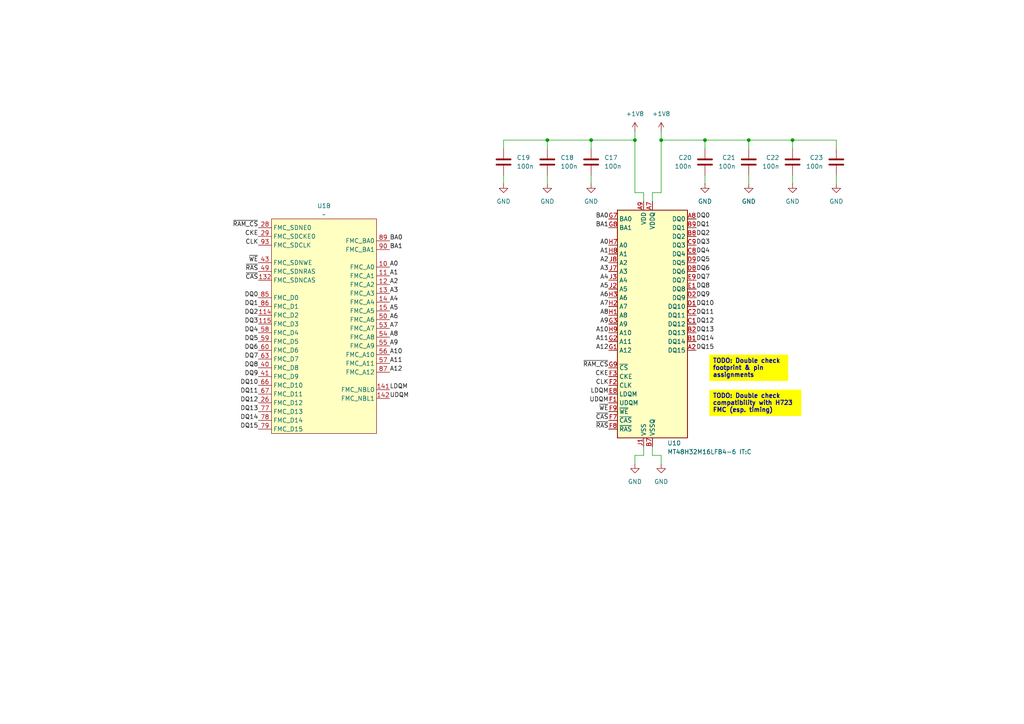
<source format=kicad_sch>
(kicad_sch (version 20231120) (generator "eeschema") (generator_version "8.0")
  (paper "A4")
  (lib_symbols
    (symbol "Device:C" (pin_numbers hide) (pin_names (offset 0.254))
      (property "Reference" "C" (at 0.635 2.54 0))
      (property "Value" "C" (at 0.635 -2.54 0))
      (symbol "C_0_1"
        (polyline (pts (xy -2.032 -0.762) (xy 2.032 -0.762)) (stroke (width 0.508)))
        (polyline (pts (xy -2.032 0.762) (xy 2.032 0.762)) (stroke (width 0.508)))
      )
      (symbol "C_1_1"
        (pin passive line (at 0 3.81 270) (length 2.794) (name "~") (number "1"))
        (pin passive line (at 0 -3.81 90) (length 2.794) (name "~") (number "2"))
      )
    )
    (symbol "FTCU:MT48H32M16LFB4-6"
      (property "Reference" "U" (at -8.89 34.29 0))
      (property "Value" "MT48H32M16LFB4-6" (at 11.684 34.544 0))
      (symbol "MT48H32M16LFB4-6_0_1"
        (rectangle (start -10.16 33.02) (end 10.16 -33.02) (stroke (width 0.254)) (fill (type background)))
      )
      (symbol "MT48H32M16LFB4-6_1_1"
        (pin passive line (at -2.54 -35.56 90) (length 2.54) hide (name "VSS") (number "A1"))
        (pin bidirectional line (at 12.7 -7.62 180) (length 2.54) (name "DQ15") (number "A2"))
        (pin passive line (at 0 -35.56 90) (length 2.54) hide (name "VSSQ") (number "A3"))
        (pin power_in line (at 0 35.56 270) (length 2.54) (name "VDDQ") (number "A7"))
        (pin bidirectional line (at 12.7 30.48 180) (length 2.54) (name "DQ0") (number "A8"))
        (pin power_in line (at -2.54 35.56 270) (length 2.54) (name "VDD") (number "A9"))
        (pin bidirectional line (at 12.7 -5.08 180) (length 2.54) (name "DQ14") (number "B1"))
        (pin bidirectional line (at 12.7 -2.54 180) (length 2.54) (name "DQ13") (number "B2"))
        (pin passive line (at 0 35.56 270) (length 2.54) hide (name "VDDQ") (number "B3"))
        (pin power_in line (at 0 -35.56 90) (length 2.54) (name "VSSQ") (number "B7"))
        (pin bidirectional line (at 12.7 25.4 180) (length 2.54) (name "DQ2") (number "B8"))
        (pin bidirectional line (at 12.7 27.94 180) (length 2.54) (name "DQ1") (number "B9"))
        (pin bidirectional line (at 12.7 0 180) (length 2.54) (name "DQ12") (number "C1"))
        (pin bidirectional line (at 12.7 2.54 180) (length 2.54) (name "DQ11") (number "C2"))
        (pin passive line (at 0 -35.56 90) (length 2.54) hide (name "VSSQ") (number "C3"))
        (pin passive line (at 0 35.56 270) (length 2.54) hide (name "VDDQ") (number "C7"))
        (pin bidirectional line (at 12.7 20.32 180) (length 2.54) (name "DQ4") (number "C8"))
        (pin bidirectional line (at 12.7 22.86 180) (length 2.54) (name "DQ3") (number "C9"))
        (pin bidirectional line (at 12.7 5.08 180) (length 2.54) (name "DQ10") (number "D1"))
        (pin bidirectional line (at 12.7 7.62 180) (length 2.54) (name "DQ9") (number "D2"))
        (pin passive line (at 0 35.56 270) (length 2.54) hide (name "VDDQ") (number "D3"))
        (pin passive line (at 0 -35.56 90) (length 2.54) hide (name "VSSQ") (number "D7"))
        (pin bidirectional line (at 12.7 15.24 180) (length 2.54) (name "DQ6") (number "D8"))
        (pin bidirectional line (at 12.7 17.78 180) (length 2.54) (name "DQ5") (number "D9"))
        (pin bidirectional line (at 12.7 10.16 180) (length 2.54) (name "DQ8") (number "E1"))
        (pin no_connect line (at 10.16 -20.32 180) (length 2.54) hide (name "DNU") (number "E2"))
        (pin passive line (at -2.54 -35.56 90) (length 2.54) hide (name "VSS") (number "E3"))
        (pin passive line (at -2.54 35.56 270) (length 2.54) hide (name "VDD") (number "E7"))
        (pin input line (at -12.7 -20.32 0) (length 2.54) (name "LDQM") (number "E8"))
        (pin bidirectional line (at 12.7 12.7 180) (length 2.54) (name "DQ7") (number "E9"))
        (pin input line (at -12.7 -22.86 0) (length 2.54) (name "UDQM") (number "F1"))
        (pin input line (at -12.7 -17.78 0) (length 2.54) (name "CLK") (number "F2"))
        (pin input line (at -12.7 -15.24 0) (length 2.54) (name "CKE") (number "F3"))
        (pin input line (at -12.7 -27.94 0) (length 2.54) (name "~{CAS}") (number "F7"))
        (pin input line (at -12.7 -30.48 0) (length 2.54) (name "~{RAS}") (number "F8"))
        (pin input line (at -12.7 -25.4 0) (length 2.54) (name "~{WE}") (number "F9"))
        (pin input line (at -12.7 -7.62 0) (length 2.54) (name "A12") (number "G1"))
        (pin input line (at -12.7 -5.08 0) (length 2.54) (name "A11") (number "G2"))
        (pin input line (at -12.7 0 0) (length 2.54) (name "A9") (number "G3"))
        (pin input line (at -12.7 30.48 0) (length 2.54) (name "BA0") (number "G7"))
        (pin input line (at -12.7 27.94 0) (length 2.54) (name "BA1") (number "G8"))
        (pin input line (at -12.7 -12.7 0) (length 2.54) (name "~{CS}") (number "G9"))
        (pin input line (at -12.7 2.54 0) (length 2.54) (name "A8") (number "H1"))
        (pin input line (at -12.7 5.08 0) (length 2.54) (name "A7") (number "H2"))
        (pin input line (at -12.7 7.62 0) (length 2.54) (name "A6") (number "H3"))
        (pin input line (at -12.7 22.86 0) (length 2.54) (name "A0") (number "H7"))
        (pin input line (at -12.7 20.32 0) (length 2.54) (name "A1") (number "H8"))
        (pin input line (at -12.7 -2.54 0) (length 2.54) (name "A10") (number "H9"))
        (pin power_in line (at -2.54 -35.56 90) (length 2.54) (name "VSS") (number "J1"))
        (pin input line (at -12.7 10.16 0) (length 2.54) (name "A5") (number "J2"))
        (pin input line (at -12.7 12.7 0) (length 2.54) (name "A4") (number "J3"))
        (pin input line (at -12.7 15.24 0) (length 2.54) (name "A3") (number "J7"))
        (pin input line (at -12.7 17.78 0) (length 2.54) (name "A2") (number "J8"))
        (pin passive line (at -2.54 35.56 270) (length 2.54) hide (name "VDD") (number "J9"))
      )
    )
    (symbol "FTCU:STM32H723ZG"
      (property "Reference" "U" (at 0 16.764 0))
      (symbol "STM32H723ZG_1_1"
        (rectangle (start -8.89 8.89) (end 7.62 -10.16) (fill (type background)))
        (pin passive line (at 1.27 12.7 270) (length 3.81) hide (name "VCAP") (number "106"))
        (pin passive line (at -1.27 -13.97 90) (length 3.81) hide (name "VSS") (number "107"))
        (pin passive line (at -6.35 12.7 270) (length 3.81) hide (name "VDD") (number "108"))
        (pin passive line (at -1.27 -13.97 90) (length 3.81) hide (name "VSS") (number "120"))
        (pin passive line (at -6.35 12.7 270) (length 3.81) hide (name "VDD") (number "121"))
        (pin passive line (at -1.27 -13.97 90) (length 3.81) hide (name "VSS") (number "130"))
        (pin passive line (at -6.35 12.7 270) (length 3.81) hide (name "VDD") (number "131"))
        (pin passive line (at -6.35 12.7 270) (length 3.81) hide (name "VDD") (number "144"))
        (pin power_in line (at -1.27 -13.97 90) (length 3.81) (name "VSS") (number "16"))
        (pin power_in line (at -6.35 12.7 270) (length 3.81) (name "VDD") (number "17"))
        (pin passive line (at -6.35 12.7 270) (length 3.81) hide (name "VDD") (number "30"))
        (pin power_in line (at 1.27 -13.97 90) (length 3.81) (name "VSSA") (number "31"))
        (pin power_out line (at 3.81 12.7 270) (length 3.81) (name "VREF+") (number "32"))
        (pin power_in line (at -3.81 12.7 270) (length 3.81) (name "VDDA") (number "33"))
        (pin passive line (at -1.27 -13.97 90) (length 3.81) hide (name "VSS") (number "38"))
        (pin passive line (at -6.35 12.7 270) (length 3.81) hide (name "VDD") (number "39"))
        (pin passive line (at -1.27 -13.97 90) (length 3.81) hide (name "VSS") (number "51"))
        (pin passive line (at -6.35 12.7 270) (length 3.81) hide (name "VDD") (number "52"))
        (pin power_in line (at 6.35 12.7 270) (length 3.81) (name "VBAT") (number "6"))
        (pin passive line (at -1.27 -13.97 90) (length 3.81) hide (name "VSS") (number "61"))
        (pin passive line (at -6.35 12.7 270) (length 3.81) hide (name "VDD") (number "62"))
        (pin power_out line (at 1.27 12.7 270) (length 3.81) (name "VCAP") (number "71"))
        (pin passive line (at -6.35 12.7 270) (length 3.81) hide (name "VDD") (number "72"))
        (pin passive line (at -1.27 -13.97 90) (length 3.81) hide (name "VSS") (number "83"))
        (pin passive line (at -6.35 12.7 270) (length 3.81) hide (name "VDD") (number "84"))
        (pin passive line (at -1.27 -13.97 90) (length 3.81) hide (name "VSS") (number "94"))
        (pin power_in line (at -1.27 12.7 270) (length 3.81) (name "VDD33USB") (number "95"))
      )
      (symbol "STM32H723ZG_2_1"
        (rectangle (start -15.24 30.48) (end 15.24 -31.75) (fill (type background)))
        (pin output line (at 19.05 16.51 180) (length 3.81) (name "FMC_A0") (number "10"))
        (pin output line (at 19.05 13.97 180) (length 3.81) (name "FMC_A1") (number "11"))
        (pin bidirectional line (at -19.05 2.54 0) (length 3.81) (name "FMC_D2") (number "114"))
        (pin bidirectional line (at -19.05 0 0) (length 3.81) (name "FMC_D3") (number "115"))
        (pin output line (at 19.05 11.43 180) (length 3.81) (name "FMC_A2") (number "12"))
        (pin output line (at 19.05 8.89 180) (length 3.81) (name "FMC_A3") (number "13"))
        (pin output line (at -19.05 12.7 0) (length 3.81) (name "FMC_SDNCAS") (number "132"))
        (pin output line (at 19.05 6.35 180) (length 3.81) (name "FMC_A4") (number "14"))
        (pin output line (at 19.05 -19.05 180) (length 3.81) (name "FMC_NBL0") (number "141"))
        (pin output line (at 19.05 -21.59 180) (length 3.81) (name "FMC_NBL1") (number "142"))
        (pin output line (at 19.05 3.81 180) (length 3.81) (name "FMC_A5") (number "15"))
        (pin bidirectional line (at -19.05 -22.86 0) (length 3.81) (name "FMC_D12") (number "26"))
        (pin output line (at -19.05 27.94 0) (length 3.81) (name "FMC_SDNE0") (number "28"))
        (pin output line (at -19.05 25.4 0) (length 3.81) (name "FMC_SDCKE0") (number "29"))
        (pin bidirectional line (at -19.05 -12.7 0) (length 3.81) (name "FMC_D8") (number "40"))
        (pin bidirectional line (at -19.05 -15.24 0) (length 3.81) (name "FMC_D9") (number "41"))
        (pin output line (at -19.05 17.78 0) (length 3.81) (name "FMC_SDNWE") (number "43"))
        (pin output line (at -19.05 15.24 0) (length 3.81) (name "FMC_SDNRAS") (number "49"))
        (pin output line (at 19.05 1.27 180) (length 3.81) (name "FMC_A6") (number "50"))
        (pin output line (at 19.05 -1.27 180) (length 3.81) (name "FMC_A7") (number "53"))
        (pin output line (at 19.05 -3.81 180) (length 3.81) (name "FMC_A8") (number "54"))
        (pin output line (at 19.05 -6.35 180) (length 3.81) (name "FMC_A9") (number "55"))
        (pin output line (at 19.05 -8.89 180) (length 3.81) (name "FMC_A10") (number "56"))
        (pin output line (at 19.05 -11.43 180) (length 3.81) (name "FMC_A11") (number "57"))
        (pin bidirectional line (at -19.05 -2.54 0) (length 3.81) (name "FMC_D4") (number "58"))
        (pin bidirectional line (at -19.05 -5.08 0) (length 3.81) (name "FMC_D5") (number "59"))
        (pin bidirectional line (at -19.05 -7.62 0) (length 3.81) (name "FMC_D6") (number "60"))
        (pin bidirectional line (at -19.05 -10.16 0) (length 3.81) (name "FMC_D7") (number "63"))
        (pin bidirectional line (at -19.05 -17.78 0) (length 3.81) (name "FMC_D10") (number "66"))
        (pin bidirectional line (at -19.05 -20.32 0) (length 3.81) (name "FMC_D11") (number "67"))
        (pin bidirectional line (at -19.05 -25.4 0) (length 3.81) (name "FMC_D13") (number "77"))
        (pin bidirectional line (at -19.05 -27.94 0) (length 3.81) (name "FMC_D14") (number "78"))
        (pin bidirectional line (at -19.05 -30.48 0) (length 3.81) (name "FMC_D15") (number "79"))
        (pin bidirectional line (at -19.05 7.62 0) (length 3.81) (name "FMC_D0") (number "85"))
        (pin bidirectional line (at -19.05 5.08 0) (length 3.81) (name "FMC_D1") (number "86"))
        (pin output line (at 19.05 -13.97 180) (length 3.81) (name "FMC_A12") (number "87"))
        (pin output line (at 19.05 24.13 180) (length 3.81) (name "FMC_BA0") (number "89"))
        (pin output line (at 19.05 21.59 180) (length 3.81) (name "FMC_BA1") (number "90"))
        (pin output line (at -19.05 22.86 0) (length 3.81) (name "FMC_SDCLK") (number "93"))
      )
      (symbol "STM32H723ZG_3_1"
        (rectangle (start -17.78 15.24) (end 17.78 -14.605) (fill (type background)))
        (pin bidirectional line (at 21.59 0 180) (length 3.81) (name "OCTOSPIM_P1_IO2") (number "1"))
        (pin bidirectional line (at -21.59 0 0) (length 3.81) (name "SDMMC1_D2") (number "111"))
        (pin bidirectional line (at -21.59 -2.54 0) (length 3.81) (name "SDMMC1_D3") (number "112"))
        (pin output line (at -21.59 12.7 0) (length 3.81) (name "SDMMC1_CK") (number "113"))
        (pin output line (at -21.59 10.16 0) (length 3.81) (name "SDMMC1_CMD") (number "116"))
        (pin input line (at -21.59 -7.62 0) (length 3.81) (name "SD_Detect") (number "117"))
        (pin output line (at 21.59 -12.7 180) (length 3.81) (name "EEPROM_WP") (number "129"))
        (pin output line (at 21.59 -7.62 180) (length 3.81) (name "I2C1_SCL") (number "136"))
        (pin tri_state line (at 21.59 -10.16 180) (length 3.81) (name "I2C1_SDA") (number "137"))
        (pin bidirectional line (at 21.59 5.08 180) (length 3.81) (name "OCTOSPIM_P1_IO0") (number "20"))
        (pin bidirectional line (at 21.59 2.54 180) (length 3.81) (name "OCTOSPIM_P1_IO1") (number "21"))
        (pin output line (at 21.59 12.7 180) (length 3.81) (name "OCTOSPIM_P1_CLK") (number "22"))
        (pin bidirectional line (at 21.59 -2.54 180) (length 3.81) (name "OCTOSPIM_P1_IO3") (number "35"))
        (pin output line (at 21.59 10.16 180) (length 3.81) (name "OCTOSPIM_P1_NCS") (number "64"))
        (pin bidirectional line (at -21.59 5.08 0) (length 3.81) (name "SDMMC1_D0") (number "98"))
        (pin bidirectional line (at -21.59 2.54 0) (length 3.81) (name "SDMMC1_D1") (number "99"))
      )
      (symbol "STM32H723ZG_4_1"
        (rectangle (start -13.97 12.7) (end 12.7 -12.7) (fill (type background)))
        (pin bidirectional line (at 16.51 7.62 180) (length 3.81) (name "DEBUG_JTMS-SWDIO") (number "105"))
        (pin input line (at 16.51 10.16 180) (length 3.81) (name "DEBUG_JTCK-SWCLK") (number "109"))
        (pin output line (at 16.51 5.08 180) (length 3.81) (name "DEBUG_JTDO-SWO") (number "133"))
        (pin input line (at 16.51 -2.54 180) (length 3.81) (name "BOOT0") (number "138"))
        (pin input line (at 16.51 -7.62 180) (length 3.81) (name "PDR_ON") (number "143"))
        (pin input line (at -17.78 -7.62 0) (length 3.81) (name "RCC_OSC_IN") (number "23"))
        (pin output line (at -17.78 -10.16 0) (length 3.81) (name "RCC_OSC_OUT") (number "24"))
        (pin bidirectional line (at 16.51 0 180) (length 3.81) (name "NRST") (number "25"))
        (pin input line (at -17.78 0 0) (length 3.81) (name "RCC_OSC32_IN") (number "8"))
        (pin output line (at -17.78 -2.54 0) (length 3.81) (name "RCC_OSC32_OUT") (number "9"))
      )
      (symbol "STM32H723ZG_5_1"
        (rectangle (start -15.24 8.89) (end 16.51 -8.89) (fill (type background)))
        (pin output line (at -19.05 -5.08 0) (length 3.81) (name "USB_Enable_Pullup") (number "101"))
        (pin input line (at -19.05 -2.54 0) (length 3.81) (name "USB_VBUS_Present") (number "102"))
        (pin bidirectional line (at -19.05 5.08 0) (length 3.81) (name "USB_OTG_HS_DM") (number "103"))
        (pin bidirectional line (at -19.05 2.54 0) (length 3.81) (name "USB_OTG_HS_DP") (number "104"))
        (pin input line (at 20.32 6.35 180) (length 3.81) (name "FDCAN1_RX") (number "139"))
        (pin output line (at 20.32 3.81 180) (length 3.81) (name "FDCAN1_TX") (number "140"))
        (pin input line (at 20.32 -3.81 180) (length 3.81) (name "FDCAN3_RX") (number "18"))
        (pin output line (at 20.32 -6.35 180) (length 3.81) (name "FDCAN3_TX") (number "19"))
        (pin input line (at 20.32 1.27 180) (length 3.81) (name "FDCAN2_RX") (number "73"))
        (pin output line (at 20.32 -1.27 180) (length 3.81) (name "FDCAN2_TX") (number "74"))
      )
      (symbol "STM32H723ZG_6_1"
        (rectangle (start -39.37 85.09) (end -22.86 21.59) (fill (type background)))
        (pin no_connect line (at -43.18 53.34 0) (length 3.81) (name "PA8") (number "100"))
        (pin no_connect line (at -43.18 50.8 0) (length 3.81) (name "PA10") (number "102"))
        (pin no_connect line (at -43.18 48.26 0) (length 3.81) (name "PA15") (number "110"))
        (pin no_connect line (at -43.18 45.72 0) (length 3.81) (name "PD3") (number "117"))
        (pin no_connect line (at -43.18 43.18 0) (length 3.81) (name "PD4") (number "118"))
        (pin no_connect line (at -43.18 40.64 0) (length 3.81) (name "PD5") (number "119"))
        (pin no_connect line (at -43.18 38.1 0) (length 3.81) (name "PD6") (number "122"))
        (pin no_connect line (at -43.18 35.56 0) (length 3.81) (name "PD7") (number "123"))
        (pin output line (at -19.05 34.29 180) (length 3.81) (name "STATUS1") (number "124"))
        (pin output line (at -19.05 31.75 180) (length 3.81) (name "STATUS2") (number "125"))
        (pin output line (at -19.05 29.21 180) (length 3.81) (name "STATUS3") (number "126"))
        (pin output line (at -19.05 26.67 180) (length 3.81) (name "STATUS4") (number "127"))
        (pin no_connect line (at -43.18 33.02 0) (length 3.81) (name "PG13") (number "128"))
        (pin no_connect line (at -43.18 30.48 0) (length 3.81) (name "PG14") (number "129"))
        (pin no_connect line (at -43.18 27.94 0) (length 3.81) (name "PB4") (number "134"))
        (pin output line (at -19.05 24.13 180) (length 3.81) (name "BOOT0_CHARGE") (number "135"))
        (pin no_connect line (at -19.05 82.55 180) (length 3.81) (name "PE3") (number "2"))
        (pin no_connect line (at -19.05 69.85 180) (length 3.81) (name "PC1") (number "27"))
        (pin no_connect line (at -19.05 80.01 180) (length 3.81) (name "PE4") (number "3"))
        (pin no_connect line (at -19.05 67.31 180) (length 3.81) (name "PA0") (number "34"))
        (pin no_connect line (at -19.05 64.77 180) (length 3.81) (name "PA2") (number "36"))
        (pin no_connect line (at -19.05 62.23 180) (length 3.81) (name "PA3") (number "37"))
        (pin no_connect line (at -19.05 77.47 180) (length 3.81) (name "PE5") (number "4"))
        (pin no_connect line (at -19.05 59.69 180) (length 3.81) (name "PA6") (number "42"))
        (pin no_connect line (at -19.05 57.15 180) (length 3.81) (name "PC4") (number "44"))
        (pin no_connect line (at -19.05 54.61 180) (length 3.81) (name "PC5") (number "45"))
        (pin no_connect line (at -19.05 52.07 180) (length 3.81) (name "PB0") (number "46"))
        (pin no_connect line (at -19.05 49.53 180) (length 3.81) (name "PB1") (number "47"))
        (pin no_connect line (at -19.05 46.99 180) (length 3.81) (name "PB2") (number "48"))
        (pin no_connect line (at -19.05 74.93 180) (length 3.81) (name "PE6") (number "5"))
        (pin no_connect line (at -19.05 44.45 180) (length 3.81) (name "PE12") (number "65"))
        (pin no_connect line (at -19.05 41.91 180) (length 3.81) (name "PE15") (number "68"))
        (pin no_connect line (at -19.05 39.37 180) (length 3.81) (name "PB10") (number "69"))
        (pin no_connect line (at -19.05 72.39 180) (length 3.81) (name "PC13") (number "7"))
        (pin no_connect line (at -19.05 36.83 180) (length 3.81) (name "PB11") (number "70"))
        (pin no_connect line (at -43.18 78.74 0) (length 3.81) (name "PB14") (number "75"))
        (pin no_connect line (at -43.18 76.2 0) (length 3.81) (name "PB15") (number "76"))
        (pin no_connect line (at -43.18 73.66 0) (length 3.81) (name "PD11") (number "80"))
        (pin no_connect line (at -43.18 71.12 0) (length 3.81) (name "PD12") (number "81"))
        (pin no_connect line (at -43.18 68.58 0) (length 3.81) (name "PD13") (number "82"))
        (pin no_connect line (at -43.18 66.04 0) (length 3.81) (name "PG3") (number "88"))
        (pin no_connect line (at -43.18 63.5 0) (length 3.81) (name "PG6") (number "91"))
        (pin no_connect line (at -43.18 60.96 0) (length 3.81) (name "PG7") (number "92"))
        (pin no_connect line (at -43.18 58.42 0) (length 3.81) (name "PC6") (number "96"))
        (pin no_connect line (at -43.18 55.88 0) (length 3.81) (name "PC7") (number "97"))
      )
    )
    (symbol "power:+1V8" (power) (pin_numbers hide) (pin_names (offset 0) hide)
      (property "Value" "+1V8" (at 0 3.556 0))
      (symbol "+1V8_0_1"
        (polyline (pts (xy -0.762 1.27) (xy 0 2.54)))
        (polyline (pts (xy 0 0) (xy 0 2.54)))
        (polyline (pts (xy 0 2.54) (xy 0.762 1.27)))
      )
      (symbol "+1V8_1_1"
        (pin power_in line (at 0 0 90) (length 0) (name "~") (number "1"))
      )
    )
    (symbol "power:GND" (power) (pin_numbers hide) (pin_names (offset 0) hide)
      (property "Value" "GND" (at 0 -3.81 0))
      (symbol "GND_0_1"
        (polyline (pts (xy 0 0) (xy 0 -1.27) (xy 1.27 -1.27) (xy 0 -2.54) (xy -1.27 -1.27) (xy 0 -1.27)))
      )
      (symbol "GND_1_1"
        (pin power_in line (at 0 0 270) (length 0) (name "~") (number "1"))
      )
    )
  )
  (junction (at 171.45 40.64))
  (junction (at 204.47 40.64))
  (junction (at 184.15 40.64))
  (junction (at 217.17 40.64))
  (junction (at 158.75 40.64))
  (junction (at 191.77 40.64))
  (junction (at 229.87 40.64))
  (wire (pts (xy 158.75 40.64) (xy 146.05 40.64)))
  (wire (pts (xy 217.17 40.64) (xy 229.87 40.64)))
  (wire (pts (xy 229.87 40.64) (xy 242.57 40.64)))
  (wire (pts (xy 171.45 40.64) (xy 158.75 40.64)))
  (wire (pts (xy 204.47 40.64) (xy 204.47 43.18)))
  (wire (pts (xy 189.23 58.42) (xy 189.23 55.88)))
  (wire (pts (xy 171.45 40.64) (xy 171.45 43.18)))
  (wire (pts (xy 204.47 50.8) (xy 204.47 53.34)))
  (wire (pts (xy 217.17 40.64) (xy 217.17 43.18)))
  (wire (pts (xy 186.69 55.88) (xy 184.15 55.88)))
  (wire (pts (xy 186.69 58.42) (xy 186.69 55.88)))
  (wire (pts (xy 242.57 40.64) (xy 242.57 43.18)))
  (wire (pts (xy 229.87 40.64) (xy 229.87 43.18)))
  (wire (pts (xy 158.75 40.64) (xy 158.75 43.18)))
  (wire (pts (xy 204.47 40.64) (xy 217.17 40.64)))
  (wire (pts (xy 217.17 50.8) (xy 217.17 53.34)))
  (wire (pts (xy 186.69 132.08) (xy 184.15 132.08)))
  (wire (pts (xy 184.15 40.64) (xy 171.45 40.64)))
  (wire (pts (xy 146.05 40.64) (xy 146.05 43.18)))
  (wire (pts (xy 184.15 55.88) (xy 184.15 40.64)))
  (wire (pts (xy 189.23 129.54) (xy 189.23 132.08)))
  (wire (pts (xy 229.87 50.8) (xy 229.87 53.34)))
  (wire (pts (xy 158.75 50.8) (xy 158.75 53.34)))
  (wire (pts (xy 184.15 132.08) (xy 184.15 134.62)))
  (wire (pts (xy 191.77 132.08) (xy 191.77 134.62)))
  (wire (pts (xy 186.69 129.54) (xy 186.69 132.08)))
  (wire (pts (xy 171.45 50.8) (xy 171.45 53.34)))
  (wire (pts (xy 189.23 132.08) (xy 191.77 132.08)))
  (wire (pts (xy 146.05 50.8) (xy 146.05 53.34)))
  (wire (pts (xy 242.57 50.8) (xy 242.57 53.34)))
  (wire (pts (xy 191.77 40.64) (xy 204.47 40.64)))
  (wire (pts (xy 191.77 55.88) (xy 191.77 40.64)))
  (wire (pts (xy 191.77 40.64) (xy 191.77 38.1)))
  (wire (pts (xy 184.15 40.64) (xy 184.15 38.1)))
  (wire (pts (xy 189.23 55.88) (xy 191.77 55.88)))
  (text_box "TODO: Double check footprint & pin assignments" (at 205.74 102.87 0) (size 22.86 7.62) (stroke (width -0.0001)) (fill (type color) (color 255 255 0 1)) (effects (font (size 1.27 1.27) (thickness 0.254) (bold yes)) (justify left top)))
  (text_box "TODO: Double check compatibility with H723 FMC (esp. timing)" (at 205.74 113.03 0) (size 26.67 7.62) (stroke (width -0.0001)) (fill (type color) (color 255 255 0 1)) (effects (font (size 1.27 1.27) (thickness 0.254) (bold yes)) (justify left top)))
  (label "DQ8" (at 74.93 106.68 180))
  (label "A12" (at 113.03 107.95 0))
  (label "UDQM" (at 176.53 116.84 180))
  (label "A8" (at 113.03 97.79 0))
  (label "DQ8" (at 201.93 83.82 0))
  (label "DQ6" (at 201.93 78.74 0))
  (label "A10" (at 113.03 102.87 0))
  (label "A9" (at 176.53 93.98 180))
  (label "DQ15" (at 201.93 101.6 0))
  (label "DQ10" (at 201.93 88.9 0))
  (label "DQ14" (at 74.93 121.92 180))
  (label "BA0" (at 176.53 63.5 180) (effects (font (thickness 0.1588))))
  (label "UDQM" (at 113.03 115.57 0))
  (label "DQ14" (at 201.93 99.06 0))
  (label "A8" (at 176.53 91.44 180))
  (label "DQ10" (at 74.93 111.76 180))
  (label "BA1" (at 113.03 72.39 0) (effects (font (thickness 0.1588))))
  (label "DQ0" (at 74.93 86.36 180))
  (label "DQ4" (at 74.93 96.52 180))
  (label "~{RAS}" (at 74.93 78.74 180))
  (label "A6" (at 176.53 86.36 180))
  (label "CLK" (at 74.93 71.12 180))
  (label "DQ5" (at 201.93 76.2 0))
  (label "A0" (at 113.03 77.47 0) (effects (font (thickness 0.1588))))
  (label "A1" (at 113.03 80.01 0))
  (label "DQ2" (at 201.93 68.58 0))
  (label "~{WE}" (at 74.93 76.2 180))
  (label "~{CAS}" (at 74.93 81.28 180))
  (label "A3" (at 113.03 85.09 0))
  (label "DQ12" (at 201.93 93.98 0))
  (label "~{WE}" (at 176.53 119.38 180))
  (label "CLK" (at 176.53 111.76 180))
  (label "DQ9" (at 74.93 109.22 180))
  (label "CKE" (at 176.53 109.22 180))
  (label "A10" (at 176.53 96.52 180))
  (label "A2" (at 113.03 82.55 0))
  (label "CKE" (at 74.93 68.58 180))
  (label "DQ5" (at 74.93 99.06 180))
  (label "BA0" (at 113.03 69.85 0) (effects (font (thickness 0.1588))))
  (label "DQ15" (at 74.93 124.46 180))
  (label "DQ13" (at 201.93 96.52 0))
  (label "A11" (at 113.03 105.41 0))
  (label "A7" (at 176.53 88.9 180))
  (label "DQ9" (at 201.93 86.36 0))
  (label "A4" (at 113.03 87.63 0))
  (label "DQ6" (at 74.93 101.6 180))
  (label "A3" (at 176.53 78.74 180))
  (label "~{RAS}" (at 176.53 124.46 180))
  (label "DQ3" (at 201.93 71.12 0))
  (label "DQ12" (at 74.93 116.84 180))
  (label "LDQM" (at 176.53 114.3 180))
  (label "A5" (at 113.03 90.17 0))
  (label "DQ2" (at 74.93 91.44 180))
  (label "DQ1" (at 201.93 66.04 0))
  (label "A4" (at 176.53 81.28 180))
  (label "A9" (at 113.03 100.33 0))
  (label "~{CAS}" (at 176.53 121.92 180))
  (label "DQ1" (at 74.93 88.9 180))
  (label "BA1" (at 176.53 66.04 180) (effects (font (thickness 0.1588))))
  (label "~{RAM_CS}" (at 176.53 106.68 180))
  (label "A11" (at 176.53 99.06 180))
  (label "DQ7" (at 201.93 81.28 0))
  (label "~{RAM_CS}" (at 74.93 66.04 180))
  (label "A7" (at 113.03 95.25 0))
  (label "DQ0" (at 201.93 63.5 0))
  (label "A6" (at 113.03 92.71 0))
  (label "DQ3" (at 74.93 93.98 180))
  (label "DQ7" (at 74.93 104.14 180))
  (label "A1" (at 176.53 73.66 180))
  (label "LDQM" (at 113.03 113.03 0))
  (label "A2" (at 176.53 76.2 180))
  (label "DQ11" (at 74.93 114.3 180))
  (label "A12" (at 176.53 101.6 180))
  (label "DQ13" (at 74.93 119.38 180))
  (label "DQ11" (at 201.93 91.44 0))
  (label "A0" (at 176.53 71.12 180) (effects (font (thickness 0.1588))))
  (label "DQ4" (at 201.93 73.66 0))
  (label "A5" (at 176.53 83.82 180))
  (symbol (lib_id "Device:C") (at 204.47 46.99 0) (mirror x) (unit 1)
    (property "Reference" "C20" (at 200.66 45.7199 0) (effects (justify right)))
    (property "Value" "100n" (at 200.66 48.2599 0) (effects (justify right)))
    (property "Description" "Unpolarized capacitor" (effects (hide yes)))
  )
  (symbol (lib_id "power:+1V8") (at 191.77 38.1 0) (unit 1)
    (property "Reference" "#PWR088" (effects (hide yes)))
    (property "Value" "+1V8" (at 191.77 33.02 0))
    (property "Description" "Power symbol creates a global label with name \"+1V8\"" (effects (hide yes)))
  )
  (symbol (lib_id "power:GND") (at 191.77 134.62 0) (unit 1)
    (property "Reference" "#PWR097" (effects (hide yes)))
    (property "Value" "GND" (at 191.77 139.7 0))
    (property "Description" "Power symbol creates a global label with name \"GND\" , ground" (effects (hide yes)))
  )
  (symbol (lib_id "Device:C") (at 242.57 46.99 0) (mirror x) (unit 1)
    (property "Reference" "C23" (at 238.76 45.7199 0) (effects (justify right)))
    (property "Value" "100n" (at 238.76 48.2599 0) (effects (justify right)))
    (property "Description" "Unpolarized capacitor" (effects (hide yes)))
  )
  (symbol (lib_id "Device:C") (at 158.75 46.99 180) (unit 1)
    (property "Reference" "C18" (at 162.56 45.7199 0) (effects (justify right)))
    (property "Value" "100n" (at 162.56 48.2599 0) (effects (justify right)))
    (property "Description" "Unpolarized capacitor" (effects (hide yes)))
  )
  (symbol (lib_id "power:GND") (at 158.75 53.34 0) (unit 1)
    (property "Reference" "#PWR090" (effects (hide yes)))
    (property "Value" "GND" (at 158.75 58.42 0))
    (property "Description" "Power symbol creates a global label with name \"GND\" , ground" (effects (hide yes)))
  )
  (symbol (lib_id "power:GND") (at 204.47 53.34 0) (mirror y) (unit 1)
    (property "Reference" "#PWR092" (effects (hide yes)))
    (property "Value" "GND" (at 204.47 58.42 0))
    (property "Description" "Power symbol creates a global label with name \"GND\" , ground" (effects (hide yes)))
  )
  (symbol (lib_id "FTCU:STM32H723ZG") (at 93.98 93.98 0) (unit 2)
    (property "Reference" "U1" (at 93.98 59.69 0))
    (property "Value" "~" (at 93.98 62.23 0))
    (property "Footprint" "Package_QFP:LQFP-144_20x20mm_P0.5mm" (effects (hide yes)))
    (property "Datasheet" "https://www.st.com/resource/en/datasheet/stm32h723zg.pdf" (effects (hide yes)))
  )
  (symbol (lib_id "Device:C") (at 146.05 46.99 180) (unit 1)
    (property "Reference" "C19" (at 149.86 45.7199 0) (effects (justify right)))
    (property "Value" "100n" (at 149.86 48.2599 0) (effects (justify right)))
    (property "Description" "Unpolarized capacitor" (effects (hide yes)))
  )
  (symbol (lib_id "power:+1V8") (at 184.15 38.1 0) (unit 1)
    (property "Reference" "#PWR087" (effects (hide yes)))
    (property "Value" "+1V8" (at 184.15 33.02 0))
    (property "Description" "Power symbol creates a global label with name \"+1V8\"" (effects (hide yes)))
  )
  (symbol (lib_id "power:GND") (at 171.45 53.34 0) (unit 1)
    (property "Reference" "#PWR089" (effects (hide yes)))
    (property "Value" "GND" (at 171.45 58.42 0))
    (property "Description" "Power symbol creates a global label with name \"GND\" , ground" (effects (hide yes)))
  )
  (symbol (lib_id "power:GND") (at 146.05 53.34 0) (unit 1)
    (property "Reference" "#PWR091" (effects (hide yes)))
    (property "Value" "GND" (at 146.05 58.42 0))
    (property "Description" "Power symbol creates a global label with name \"GND\" , ground" (effects (hide yes)))
  )
  (symbol (lib_id "Device:C") (at 171.45 46.99 180) (unit 1)
    (property "Reference" "C17" (at 175.26 45.7199 0) (effects (justify right)))
    (property "Value" "100n" (at 175.26 48.2599 0) (effects (justify right)))
    (property "Description" "Unpolarized capacitor" (effects (hide yes)))
  )
  (symbol (lib_id "power:GND") (at 229.87 53.34 0) (mirror y) (unit 1)
    (property "Reference" "#PWR094" (effects (hide yes)))
    (property "Value" "GND" (at 229.87 58.42 0))
    (property "Description" "Power symbol creates a global label with name \"GND\" , ground" (effects (hide yes)))
  )
  (symbol (lib_id "Device:C") (at 217.17 46.99 0) (mirror x) (unit 1)
    (property "Reference" "C21" (at 213.36 45.7199 0) (effects (justify right)))
    (property "Value" "100n" (at 213.36 48.2599 0) (effects (justify right)))
    (property "Description" "Unpolarized capacitor" (effects (hide yes)))
  )
  (symbol (lib_id "power:GND") (at 184.15 134.62 0) (unit 1)
    (property "Reference" "#PWR096" (effects (hide yes)))
    (property "Value" "GND" (at 184.15 139.7 0))
    (property "Description" "Power symbol creates a global label with name \"GND\" , ground" (effects (hide yes)))
  )
  (symbol (lib_id "power:GND") (at 242.57 53.34 0) (mirror y) (unit 1)
    (property "Reference" "#PWR095" (effects (hide yes)))
    (property "Value" "GND" (at 242.57 58.42 0))
    (property "Description" "Power symbol creates a global label with name \"GND\" , ground" (effects (hide yes)))
  )
  (symbol (lib_id "Device:C") (at 229.87 46.99 0) (mirror x) (unit 1)
    (property "Reference" "C22" (at 226.06 45.7199 0) (effects (justify right)))
    (property "Value" "100n" (at 226.06 48.2599 0) (effects (justify right)))
    (property "Description" "Unpolarized capacitor" (effects (hide yes)))
  )
  (symbol (lib_id "power:GND") (at 217.17 53.34 0) (mirror y) (unit 1)
    (property "Reference" "#PWR093" (effects (hide yes)))
    (property "Value" "GND" (at 217.17 58.42 0))
    (property "Description" "Power symbol creates a global label with name \"GND\" , ground" (effects (hide yes)))
  )
  (symbol (lib_id "FTCU:MT48H32M16LFB4-6") (at 189.23 93.98 0) (unit 1)
    (property "Reference" "U10" (at 193.548 128.524 0) (effects (justify left)))
    (property "Value" "MT48H32M16LFB4-6 IT:C" (at 193.548 131.064 0) (effects (justify left)))
    (property "Footprint" "Package_BGA:Alliance_TFBGA-54_8x8mm_Layout9x9_P0.8mm" (effects (hide yes)))
    (property "Datasheet" "https://wmsc.lcsc.com/wmsc/upload/file/pdf/v2/lcsc/2403291624_Micron-Tech-MT48H32M16LFB4-6-IT-C-TR_C2061935.pdf" (effects (hide yes)))
    (property "Description" "512M – (32M x 16 bit) Synchronous DRAM (SDRAM), VFBGA-54" (effects (hide yes)))
  )
)
</source>
